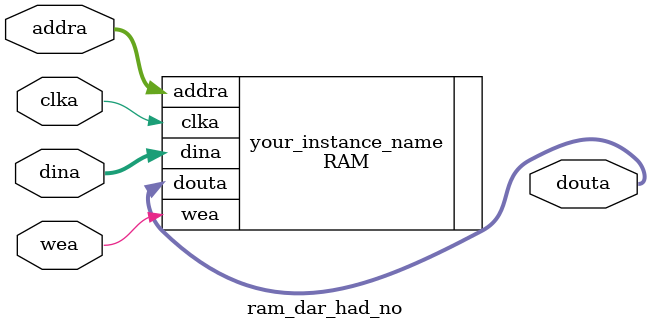
<source format=v>
`timescale 1ns / 1ps
module ram_dar_had_no(

  clka,
  wea,
  addra,
  dina,
  douta
);

input clka;
input [0 : 0] wea;
input [7 : 0] addra;
input [9 : 0] dina;
output [9 : 0] douta;

RAM your_instance_name (
  .clka(clka), // input clka
  .wea(wea), // input [0 : 0] wea
  .addra(addra), // input [7 : 0] addra
  .dina(dina), // input [9 : 0] dina
  .douta(douta) // output [9 : 0] douta
);

endmodule

</source>
